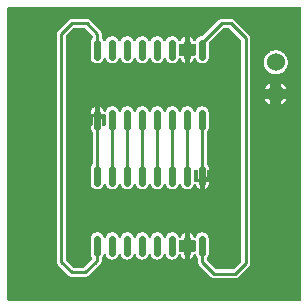
<source format=gtl>
G04 Layer: TopLayer*
G04 EasyEDA v6.1.49, Sun, 02 Jun 2019 06:23:37 GMT*
G04 0ed097a208f24fffa70c15424eedaa47,66c5286db96e4661acc7c33619b52065,10*
G04 Gerber Generator version 0.2*
G04 Scale: 100 percent, Rotated: No, Reflected: No *
G04 Dimensions in inches *
G04 leading zeros omitted , absolute positions ,2 integer and 4 decimal *
%FSLAX24Y24*%
%MOIN*%
G90*
G70D02*

%ADD10C,0.010000*%
%ADD11C,0.023622*%
%ADD12C,0.060000*%

%LPD*%
G36*
G01X9853Y9894D02*
G01X146Y9894D01*
G01X134Y9892D01*
G01X129Y9890D01*
G01X119Y9884D01*
G01X115Y9880D01*
G01X109Y9870D01*
G01X107Y9865D01*
G01X105Y9853D01*
G01X105Y146D01*
G01X107Y134D01*
G01X109Y129D01*
G01X115Y119D01*
G01X119Y115D01*
G01X129Y109D01*
G01X134Y107D01*
G01X146Y105D01*
G01X9853Y105D01*
G01X9865Y107D01*
G01X9870Y109D01*
G01X9880Y115D01*
G01X9884Y119D01*
G01X9890Y129D01*
G01X9892Y134D01*
G01X9893Y140D01*
G01X9893Y9859D01*
G01X9892Y9865D01*
G01X9890Y9870D01*
G01X9884Y9880D01*
G01X9880Y9884D01*
G01X9870Y9890D01*
G01X9865Y9892D01*
G01X9853Y9894D01*
G37*

%LPC*%
G36*
G01X2750Y9501D02*
G01X2249Y9501D01*
G01X2238Y9500D01*
G01X2226Y9499D01*
G01X2214Y9496D01*
G01X2203Y9493D01*
G01X2192Y9489D01*
G01X2181Y9484D01*
G01X2161Y9472D01*
G01X2151Y9464D01*
G01X1785Y9098D01*
G01X1777Y9088D01*
G01X1765Y9068D01*
G01X1760Y9057D01*
G01X1756Y9046D01*
G01X1753Y9035D01*
G01X1750Y9023D01*
G01X1749Y9011D01*
G01X1748Y9000D01*
G01X1748Y1400D01*
G01X1750Y1376D01*
G01X1753Y1364D01*
G01X1756Y1353D01*
G01X1760Y1342D01*
G01X1765Y1331D01*
G01X1777Y1311D01*
G01X1785Y1301D01*
G01X2151Y935D01*
G01X2161Y927D01*
G01X2181Y915D01*
G01X2192Y910D01*
G01X2203Y906D01*
G01X2214Y903D01*
G01X2226Y900D01*
G01X2238Y899D01*
G01X2249Y898D01*
G01X2700Y898D01*
G01X2711Y899D01*
G01X2723Y900D01*
G01X2735Y903D01*
G01X2746Y906D01*
G01X2757Y910D01*
G01X2768Y915D01*
G01X2788Y927D01*
G01X2798Y935D01*
G01X3214Y1351D01*
G01X3222Y1361D01*
G01X3234Y1381D01*
G01X3239Y1392D01*
G01X3243Y1403D01*
G01X3246Y1414D01*
G01X3249Y1426D01*
G01X3250Y1438D01*
G01X3251Y1449D01*
G01X3251Y1524D01*
G01X3252Y1530D01*
G01X3254Y1535D01*
G01X3257Y1541D01*
G01X3261Y1545D01*
G01X3271Y1557D01*
G01X3280Y1568D01*
G01X3288Y1581D01*
G01X3295Y1594D01*
G01X3301Y1608D01*
G01X3307Y1621D01*
G01X3311Y1636D01*
G01X3313Y1641D01*
G01X3319Y1651D01*
G01X3323Y1655D01*
G01X3328Y1659D01*
G01X3333Y1661D01*
G01X3338Y1664D01*
G01X3344Y1665D01*
G01X3355Y1665D01*
G01X3361Y1664D01*
G01X3366Y1661D01*
G01X3371Y1659D01*
G01X3376Y1655D01*
G01X3380Y1651D01*
G01X3386Y1641D01*
G01X3388Y1636D01*
G01X3392Y1623D01*
G01X3397Y1610D01*
G01X3402Y1598D01*
G01X3409Y1585D01*
G01X3416Y1574D01*
G01X3432Y1552D01*
G01X3441Y1542D01*
G01X3451Y1532D01*
G01X3461Y1523D01*
G01X3472Y1515D01*
G01X3483Y1508D01*
G01X3495Y1501D01*
G01X3507Y1495D01*
G01X3520Y1489D01*
G01X3546Y1481D01*
G01X3559Y1478D01*
G01X3572Y1476D01*
G01X3600Y1474D01*
G01X3613Y1475D01*
G01X3627Y1476D01*
G01X3640Y1478D01*
G01X3653Y1481D01*
G01X3679Y1489D01*
G01X3692Y1495D01*
G01X3704Y1501D01*
G01X3716Y1508D01*
G01X3727Y1515D01*
G01X3738Y1523D01*
G01X3748Y1532D01*
G01X3758Y1542D01*
G01X3767Y1552D01*
G01X3783Y1574D01*
G01X3790Y1585D01*
G01X3797Y1598D01*
G01X3802Y1610D01*
G01X3807Y1623D01*
G01X3811Y1636D01*
G01X3813Y1641D01*
G01X3819Y1651D01*
G01X3823Y1655D01*
G01X3828Y1659D01*
G01X3833Y1661D01*
G01X3838Y1664D01*
G01X3844Y1665D01*
G01X3855Y1665D01*
G01X3861Y1664D01*
G01X3866Y1661D01*
G01X3871Y1659D01*
G01X3876Y1655D01*
G01X3880Y1651D01*
G01X3886Y1641D01*
G01X3888Y1636D01*
G01X3892Y1623D01*
G01X3897Y1610D01*
G01X3902Y1598D01*
G01X3909Y1585D01*
G01X3916Y1574D01*
G01X3932Y1552D01*
G01X3941Y1542D01*
G01X3951Y1532D01*
G01X3961Y1523D01*
G01X3972Y1515D01*
G01X3983Y1508D01*
G01X3995Y1501D01*
G01X4007Y1495D01*
G01X4020Y1489D01*
G01X4046Y1481D01*
G01X4059Y1478D01*
G01X4072Y1476D01*
G01X4100Y1474D01*
G01X4113Y1475D01*
G01X4127Y1476D01*
G01X4140Y1478D01*
G01X4153Y1481D01*
G01X4179Y1489D01*
G01X4192Y1495D01*
G01X4204Y1501D01*
G01X4216Y1508D01*
G01X4227Y1515D01*
G01X4238Y1523D01*
G01X4248Y1532D01*
G01X4258Y1542D01*
G01X4267Y1552D01*
G01X4283Y1574D01*
G01X4290Y1585D01*
G01X4297Y1598D01*
G01X4302Y1610D01*
G01X4307Y1623D01*
G01X4311Y1636D01*
G01X4313Y1641D01*
G01X4319Y1651D01*
G01X4323Y1655D01*
G01X4328Y1659D01*
G01X4333Y1661D01*
G01X4338Y1664D01*
G01X4344Y1665D01*
G01X4355Y1665D01*
G01X4361Y1664D01*
G01X4366Y1661D01*
G01X4371Y1659D01*
G01X4376Y1655D01*
G01X4380Y1651D01*
G01X4386Y1641D01*
G01X4388Y1636D01*
G01X4392Y1623D01*
G01X4397Y1610D01*
G01X4402Y1598D01*
G01X4409Y1585D01*
G01X4416Y1574D01*
G01X4432Y1552D01*
G01X4441Y1542D01*
G01X4451Y1532D01*
G01X4461Y1523D01*
G01X4472Y1515D01*
G01X4483Y1508D01*
G01X4495Y1501D01*
G01X4507Y1495D01*
G01X4520Y1489D01*
G01X4546Y1481D01*
G01X4559Y1478D01*
G01X4572Y1476D01*
G01X4600Y1474D01*
G01X4613Y1475D01*
G01X4627Y1476D01*
G01X4640Y1478D01*
G01X4653Y1481D01*
G01X4679Y1489D01*
G01X4692Y1495D01*
G01X4704Y1501D01*
G01X4716Y1508D01*
G01X4727Y1515D01*
G01X4738Y1523D01*
G01X4748Y1532D01*
G01X4758Y1542D01*
G01X4767Y1552D01*
G01X4783Y1574D01*
G01X4790Y1585D01*
G01X4797Y1598D01*
G01X4802Y1610D01*
G01X4807Y1623D01*
G01X4811Y1636D01*
G01X4813Y1641D01*
G01X4819Y1651D01*
G01X4823Y1655D01*
G01X4828Y1659D01*
G01X4833Y1661D01*
G01X4838Y1664D01*
G01X4844Y1665D01*
G01X4855Y1665D01*
G01X4861Y1664D01*
G01X4866Y1661D01*
G01X4871Y1659D01*
G01X4876Y1655D01*
G01X4880Y1651D01*
G01X4886Y1641D01*
G01X4888Y1636D01*
G01X4892Y1623D01*
G01X4897Y1610D01*
G01X4902Y1598D01*
G01X4909Y1585D01*
G01X4916Y1574D01*
G01X4932Y1552D01*
G01X4941Y1542D01*
G01X4951Y1532D01*
G01X4961Y1523D01*
G01X4972Y1515D01*
G01X4983Y1508D01*
G01X4995Y1501D01*
G01X5007Y1495D01*
G01X5020Y1489D01*
G01X5046Y1481D01*
G01X5059Y1478D01*
G01X5072Y1476D01*
G01X5100Y1474D01*
G01X5113Y1475D01*
G01X5127Y1476D01*
G01X5140Y1478D01*
G01X5153Y1481D01*
G01X5179Y1489D01*
G01X5192Y1495D01*
G01X5204Y1501D01*
G01X5216Y1508D01*
G01X5227Y1515D01*
G01X5238Y1523D01*
G01X5248Y1532D01*
G01X5258Y1542D01*
G01X5267Y1552D01*
G01X5283Y1574D01*
G01X5290Y1585D01*
G01X5297Y1598D01*
G01X5302Y1610D01*
G01X5307Y1623D01*
G01X5311Y1636D01*
G01X5313Y1641D01*
G01X5319Y1651D01*
G01X5323Y1655D01*
G01X5328Y1659D01*
G01X5333Y1661D01*
G01X5338Y1664D01*
G01X5344Y1665D01*
G01X5355Y1665D01*
G01X5361Y1664D01*
G01X5366Y1661D01*
G01X5371Y1659D01*
G01X5376Y1655D01*
G01X5380Y1651D01*
G01X5386Y1641D01*
G01X5388Y1636D01*
G01X5392Y1623D01*
G01X5397Y1610D01*
G01X5402Y1598D01*
G01X5409Y1585D01*
G01X5416Y1574D01*
G01X5432Y1552D01*
G01X5441Y1542D01*
G01X5451Y1532D01*
G01X5461Y1523D01*
G01X5472Y1515D01*
G01X5483Y1508D01*
G01X5495Y1501D01*
G01X5507Y1495D01*
G01X5520Y1489D01*
G01X5546Y1481D01*
G01X5559Y1478D01*
G01X5572Y1476D01*
G01X5600Y1474D01*
G01X5613Y1475D01*
G01X5627Y1476D01*
G01X5640Y1478D01*
G01X5653Y1481D01*
G01X5679Y1489D01*
G01X5692Y1495D01*
G01X5704Y1501D01*
G01X5716Y1508D01*
G01X5727Y1515D01*
G01X5738Y1523D01*
G01X5748Y1532D01*
G01X5758Y1542D01*
G01X5767Y1552D01*
G01X5783Y1574D01*
G01X5790Y1585D01*
G01X5797Y1598D01*
G01X5802Y1610D01*
G01X5807Y1623D01*
G01X5811Y1636D01*
G01X5813Y1641D01*
G01X5819Y1651D01*
G01X5823Y1655D01*
G01X5828Y1659D01*
G01X5833Y1661D01*
G01X5838Y1664D01*
G01X5844Y1665D01*
G01X5855Y1665D01*
G01X5861Y1664D01*
G01X5866Y1661D01*
G01X5871Y1659D01*
G01X5876Y1655D01*
G01X5880Y1651D01*
G01X5886Y1641D01*
G01X5888Y1636D01*
G01X5892Y1623D01*
G01X5897Y1610D01*
G01X5902Y1598D01*
G01X5908Y1587D01*
G01X5915Y1575D01*
G01X5923Y1564D01*
G01X5939Y1544D01*
G01X5949Y1534D01*
G01X5959Y1525D01*
G01X5969Y1517D01*
G01X5980Y1510D01*
G01X5992Y1503D01*
G01X6003Y1496D01*
G01X6015Y1491D01*
G01X6015Y1730D01*
G01X5859Y1730D01*
G01X5847Y1732D01*
G01X5842Y1734D01*
G01X5832Y1740D01*
G01X5828Y1744D01*
G01X5822Y1754D01*
G01X5820Y1759D01*
G01X5819Y1765D01*
G01X5819Y2094D01*
G01X5820Y2100D01*
G01X5822Y2105D01*
G01X5828Y2115D01*
G01X5832Y2119D01*
G01X5842Y2125D01*
G01X5847Y2127D01*
G01X5859Y2129D01*
G01X6015Y2129D01*
G01X6015Y2368D01*
G01X6003Y2363D01*
G01X5992Y2356D01*
G01X5980Y2349D01*
G01X5969Y2342D01*
G01X5959Y2334D01*
G01X5949Y2325D01*
G01X5939Y2315D01*
G01X5923Y2295D01*
G01X5915Y2284D01*
G01X5908Y2272D01*
G01X5902Y2261D01*
G01X5897Y2249D01*
G01X5892Y2236D01*
G01X5888Y2223D01*
G01X5886Y2218D01*
G01X5880Y2208D01*
G01X5876Y2204D01*
G01X5871Y2200D01*
G01X5866Y2198D01*
G01X5861Y2195D01*
G01X5855Y2194D01*
G01X5844Y2194D01*
G01X5838Y2195D01*
G01X5833Y2198D01*
G01X5828Y2200D01*
G01X5823Y2204D01*
G01X5819Y2208D01*
G01X5813Y2218D01*
G01X5811Y2223D01*
G01X5807Y2236D01*
G01X5802Y2249D01*
G01X5797Y2261D01*
G01X5790Y2274D01*
G01X5783Y2285D01*
G01X5767Y2307D01*
G01X5758Y2317D01*
G01X5748Y2327D01*
G01X5738Y2336D01*
G01X5727Y2344D01*
G01X5716Y2351D01*
G01X5704Y2358D01*
G01X5692Y2364D01*
G01X5679Y2370D01*
G01X5653Y2378D01*
G01X5640Y2381D01*
G01X5627Y2383D01*
G01X5613Y2384D01*
G01X5600Y2385D01*
G01X5572Y2383D01*
G01X5559Y2381D01*
G01X5546Y2378D01*
G01X5520Y2370D01*
G01X5507Y2364D01*
G01X5495Y2358D01*
G01X5483Y2351D01*
G01X5472Y2344D01*
G01X5461Y2336D01*
G01X5451Y2327D01*
G01X5441Y2317D01*
G01X5432Y2307D01*
G01X5416Y2285D01*
G01X5409Y2274D01*
G01X5402Y2261D01*
G01X5397Y2249D01*
G01X5392Y2236D01*
G01X5388Y2223D01*
G01X5386Y2218D01*
G01X5380Y2208D01*
G01X5376Y2204D01*
G01X5371Y2200D01*
G01X5366Y2198D01*
G01X5361Y2195D01*
G01X5355Y2194D01*
G01X5344Y2194D01*
G01X5338Y2195D01*
G01X5333Y2198D01*
G01X5328Y2200D01*
G01X5323Y2204D01*
G01X5319Y2208D01*
G01X5313Y2218D01*
G01X5311Y2223D01*
G01X5307Y2236D01*
G01X5302Y2249D01*
G01X5297Y2261D01*
G01X5290Y2274D01*
G01X5283Y2285D01*
G01X5267Y2307D01*
G01X5258Y2317D01*
G01X5248Y2327D01*
G01X5238Y2336D01*
G01X5227Y2344D01*
G01X5216Y2351D01*
G01X5204Y2358D01*
G01X5192Y2364D01*
G01X5179Y2370D01*
G01X5153Y2378D01*
G01X5140Y2381D01*
G01X5127Y2383D01*
G01X5113Y2384D01*
G01X5100Y2385D01*
G01X5072Y2383D01*
G01X5059Y2381D01*
G01X5046Y2378D01*
G01X5020Y2370D01*
G01X5007Y2364D01*
G01X4995Y2358D01*
G01X4983Y2351D01*
G01X4972Y2344D01*
G01X4961Y2336D01*
G01X4951Y2327D01*
G01X4941Y2317D01*
G01X4932Y2307D01*
G01X4916Y2285D01*
G01X4909Y2274D01*
G01X4902Y2261D01*
G01X4897Y2249D01*
G01X4892Y2236D01*
G01X4888Y2223D01*
G01X4886Y2218D01*
G01X4880Y2208D01*
G01X4876Y2204D01*
G01X4871Y2200D01*
G01X4866Y2198D01*
G01X4861Y2195D01*
G01X4855Y2194D01*
G01X4844Y2194D01*
G01X4838Y2195D01*
G01X4833Y2198D01*
G01X4828Y2200D01*
G01X4823Y2204D01*
G01X4819Y2208D01*
G01X4813Y2218D01*
G01X4811Y2223D01*
G01X4807Y2236D01*
G01X4802Y2249D01*
G01X4797Y2261D01*
G01X4790Y2274D01*
G01X4783Y2285D01*
G01X4767Y2307D01*
G01X4758Y2317D01*
G01X4748Y2327D01*
G01X4738Y2336D01*
G01X4727Y2344D01*
G01X4716Y2351D01*
G01X4704Y2358D01*
G01X4692Y2364D01*
G01X4679Y2370D01*
G01X4653Y2378D01*
G01X4640Y2381D01*
G01X4627Y2383D01*
G01X4613Y2384D01*
G01X4600Y2385D01*
G01X4572Y2383D01*
G01X4559Y2381D01*
G01X4546Y2378D01*
G01X4520Y2370D01*
G01X4507Y2364D01*
G01X4495Y2358D01*
G01X4483Y2351D01*
G01X4472Y2344D01*
G01X4461Y2336D01*
G01X4451Y2327D01*
G01X4441Y2317D01*
G01X4432Y2307D01*
G01X4416Y2285D01*
G01X4409Y2274D01*
G01X4402Y2261D01*
G01X4397Y2249D01*
G01X4392Y2236D01*
G01X4388Y2223D01*
G01X4386Y2218D01*
G01X4380Y2208D01*
G01X4376Y2204D01*
G01X4371Y2200D01*
G01X4366Y2198D01*
G01X4361Y2195D01*
G01X4355Y2194D01*
G01X4344Y2194D01*
G01X4338Y2195D01*
G01X4333Y2198D01*
G01X4328Y2200D01*
G01X4323Y2204D01*
G01X4319Y2208D01*
G01X4313Y2218D01*
G01X4311Y2223D01*
G01X4307Y2236D01*
G01X4302Y2249D01*
G01X4297Y2261D01*
G01X4290Y2274D01*
G01X4283Y2285D01*
G01X4267Y2307D01*
G01X4258Y2317D01*
G01X4248Y2327D01*
G01X4238Y2336D01*
G01X4227Y2344D01*
G01X4216Y2351D01*
G01X4204Y2358D01*
G01X4192Y2364D01*
G01X4179Y2370D01*
G01X4153Y2378D01*
G01X4140Y2381D01*
G01X4127Y2383D01*
G01X4113Y2384D01*
G01X4100Y2385D01*
G01X4072Y2383D01*
G01X4059Y2381D01*
G01X4046Y2378D01*
G01X4020Y2370D01*
G01X4007Y2364D01*
G01X3995Y2358D01*
G01X3983Y2351D01*
G01X3972Y2344D01*
G01X3961Y2336D01*
G01X3951Y2327D01*
G01X3941Y2317D01*
G01X3932Y2307D01*
G01X3916Y2285D01*
G01X3909Y2274D01*
G01X3902Y2261D01*
G01X3897Y2249D01*
G01X3892Y2236D01*
G01X3888Y2223D01*
G01X3886Y2218D01*
G01X3880Y2208D01*
G01X3876Y2204D01*
G01X3871Y2200D01*
G01X3866Y2198D01*
G01X3861Y2195D01*
G01X3855Y2194D01*
G01X3844Y2194D01*
G01X3838Y2195D01*
G01X3833Y2198D01*
G01X3828Y2200D01*
G01X3823Y2204D01*
G01X3819Y2208D01*
G01X3813Y2218D01*
G01X3811Y2223D01*
G01X3807Y2236D01*
G01X3802Y2249D01*
G01X3797Y2261D01*
G01X3790Y2274D01*
G01X3783Y2285D01*
G01X3767Y2307D01*
G01X3758Y2317D01*
G01X3748Y2327D01*
G01X3738Y2336D01*
G01X3727Y2344D01*
G01X3716Y2351D01*
G01X3704Y2358D01*
G01X3692Y2364D01*
G01X3679Y2370D01*
G01X3653Y2378D01*
G01X3640Y2381D01*
G01X3627Y2383D01*
G01X3613Y2384D01*
G01X3600Y2385D01*
G01X3572Y2383D01*
G01X3559Y2381D01*
G01X3546Y2378D01*
G01X3520Y2370D01*
G01X3507Y2364D01*
G01X3495Y2358D01*
G01X3483Y2351D01*
G01X3472Y2344D01*
G01X3461Y2336D01*
G01X3451Y2327D01*
G01X3441Y2317D01*
G01X3432Y2307D01*
G01X3416Y2285D01*
G01X3409Y2274D01*
G01X3402Y2261D01*
G01X3397Y2249D01*
G01X3392Y2236D01*
G01X3388Y2223D01*
G01X3386Y2218D01*
G01X3380Y2208D01*
G01X3376Y2204D01*
G01X3371Y2200D01*
G01X3366Y2198D01*
G01X3361Y2195D01*
G01X3355Y2194D01*
G01X3344Y2194D01*
G01X3338Y2195D01*
G01X3333Y2198D01*
G01X3328Y2200D01*
G01X3323Y2204D01*
G01X3319Y2208D01*
G01X3313Y2218D01*
G01X3311Y2223D01*
G01X3307Y2236D01*
G01X3302Y2249D01*
G01X3297Y2261D01*
G01X3290Y2274D01*
G01X3283Y2285D01*
G01X3267Y2307D01*
G01X3258Y2317D01*
G01X3248Y2327D01*
G01X3238Y2336D01*
G01X3227Y2344D01*
G01X3216Y2351D01*
G01X3204Y2358D01*
G01X3192Y2364D01*
G01X3179Y2370D01*
G01X3153Y2378D01*
G01X3140Y2381D01*
G01X3127Y2383D01*
G01X3113Y2384D01*
G01X3100Y2385D01*
G01X3086Y2384D01*
G01X3073Y2383D01*
G01X3060Y2381D01*
G01X3034Y2375D01*
G01X3022Y2371D01*
G01X3010Y2366D01*
G01X2998Y2360D01*
G01X2986Y2353D01*
G01X2975Y2346D01*
G01X2964Y2338D01*
G01X2954Y2330D01*
G01X2935Y2311D01*
G01X2927Y2301D01*
G01X2919Y2290D01*
G01X2905Y2268D01*
G01X2900Y2256D01*
G01X2895Y2243D01*
G01X2890Y2231D01*
G01X2884Y2205D01*
G01X2882Y2192D01*
G01X2880Y2166D01*
G01X2880Y1693D01*
G01X2882Y1665D01*
G01X2888Y1637D01*
G01X2892Y1623D01*
G01X2897Y1610D01*
G01X2903Y1597D01*
G01X2909Y1585D01*
G01X2925Y1561D01*
G01X2934Y1550D01*
G01X2940Y1540D01*
G01X2942Y1535D01*
G01X2943Y1529D01*
G01X2944Y1524D01*
G01X2943Y1517D01*
G01X2942Y1511D01*
G01X2939Y1506D01*
G01X2936Y1500D01*
G01X2932Y1495D01*
G01X2649Y1212D01*
G01X2644Y1208D01*
G01X2639Y1205D01*
G01X2633Y1202D01*
G01X2627Y1201D01*
G01X2322Y1201D01*
G01X2316Y1202D01*
G01X2310Y1205D01*
G01X2305Y1208D01*
G01X2300Y1212D01*
G01X2062Y1450D01*
G01X2058Y1455D01*
G01X2055Y1460D01*
G01X2052Y1466D01*
G01X2051Y1472D01*
G01X2051Y8927D01*
G01X2052Y8933D01*
G01X2055Y8939D01*
G01X2058Y8944D01*
G01X2062Y8949D01*
G01X2300Y9187D01*
G01X2305Y9191D01*
G01X2310Y9194D01*
G01X2316Y9197D01*
G01X2322Y9198D01*
G01X2677Y9198D01*
G01X2683Y9197D01*
G01X2689Y9194D01*
G01X2694Y9191D01*
G01X2699Y9187D01*
G01X2937Y8949D01*
G01X2941Y8944D01*
G01X2944Y8939D01*
G01X2947Y8933D01*
G01X2948Y8927D01*
G01X2948Y8875D01*
G01X2947Y8869D01*
G01X2945Y8864D01*
G01X2942Y8858D01*
G01X2938Y8854D01*
G01X2929Y8844D01*
G01X2921Y8833D01*
G01X2913Y8821D01*
G01X2907Y8810D01*
G01X2901Y8798D01*
G01X2895Y8785D01*
G01X2887Y8759D01*
G01X2884Y8746D01*
G01X2882Y8733D01*
G01X2881Y8719D01*
G01X2880Y8706D01*
G01X2880Y8233D01*
G01X2882Y8207D01*
G01X2884Y8194D01*
G01X2890Y8168D01*
G01X2895Y8156D01*
G01X2900Y8143D01*
G01X2905Y8131D01*
G01X2919Y8109D01*
G01X2927Y8098D01*
G01X2935Y8088D01*
G01X2954Y8069D01*
G01X2964Y8061D01*
G01X2975Y8053D01*
G01X2986Y8046D01*
G01X2998Y8039D01*
G01X3010Y8033D01*
G01X3022Y8028D01*
G01X3034Y8024D01*
G01X3060Y8018D01*
G01X3073Y8016D01*
G01X3086Y8015D01*
G01X3100Y8014D01*
G01X3113Y8015D01*
G01X3127Y8016D01*
G01X3140Y8018D01*
G01X3153Y8021D01*
G01X3179Y8029D01*
G01X3192Y8035D01*
G01X3204Y8041D01*
G01X3216Y8048D01*
G01X3227Y8055D01*
G01X3238Y8063D01*
G01X3248Y8072D01*
G01X3258Y8082D01*
G01X3267Y8092D01*
G01X3283Y8114D01*
G01X3290Y8125D01*
G01X3297Y8138D01*
G01X3302Y8150D01*
G01X3307Y8163D01*
G01X3311Y8176D01*
G01X3313Y8181D01*
G01X3319Y8191D01*
G01X3323Y8195D01*
G01X3328Y8199D01*
G01X3333Y8201D01*
G01X3338Y8204D01*
G01X3344Y8205D01*
G01X3355Y8205D01*
G01X3361Y8204D01*
G01X3366Y8201D01*
G01X3371Y8199D01*
G01X3376Y8195D01*
G01X3380Y8191D01*
G01X3386Y8181D01*
G01X3388Y8176D01*
G01X3392Y8163D01*
G01X3397Y8150D01*
G01X3402Y8138D01*
G01X3409Y8125D01*
G01X3416Y8114D01*
G01X3432Y8092D01*
G01X3441Y8082D01*
G01X3451Y8072D01*
G01X3461Y8063D01*
G01X3472Y8055D01*
G01X3483Y8048D01*
G01X3495Y8041D01*
G01X3507Y8035D01*
G01X3520Y8029D01*
G01X3546Y8021D01*
G01X3559Y8018D01*
G01X3572Y8016D01*
G01X3600Y8014D01*
G01X3613Y8015D01*
G01X3627Y8016D01*
G01X3640Y8018D01*
G01X3653Y8021D01*
G01X3679Y8029D01*
G01X3692Y8035D01*
G01X3704Y8041D01*
G01X3716Y8048D01*
G01X3727Y8055D01*
G01X3738Y8063D01*
G01X3748Y8072D01*
G01X3758Y8082D01*
G01X3767Y8092D01*
G01X3783Y8114D01*
G01X3790Y8125D01*
G01X3797Y8138D01*
G01X3802Y8150D01*
G01X3807Y8163D01*
G01X3811Y8176D01*
G01X3813Y8181D01*
G01X3819Y8191D01*
G01X3823Y8195D01*
G01X3828Y8199D01*
G01X3833Y8201D01*
G01X3838Y8204D01*
G01X3844Y8205D01*
G01X3855Y8205D01*
G01X3861Y8204D01*
G01X3866Y8201D01*
G01X3871Y8199D01*
G01X3876Y8195D01*
G01X3880Y8191D01*
G01X3886Y8181D01*
G01X3888Y8176D01*
G01X3892Y8163D01*
G01X3897Y8150D01*
G01X3902Y8138D01*
G01X3909Y8125D01*
G01X3916Y8114D01*
G01X3932Y8092D01*
G01X3941Y8082D01*
G01X3951Y8072D01*
G01X3961Y8063D01*
G01X3972Y8055D01*
G01X3983Y8048D01*
G01X3995Y8041D01*
G01X4007Y8035D01*
G01X4020Y8029D01*
G01X4046Y8021D01*
G01X4059Y8018D01*
G01X4072Y8016D01*
G01X4100Y8014D01*
G01X4113Y8015D01*
G01X4127Y8016D01*
G01X4140Y8018D01*
G01X4153Y8021D01*
G01X4179Y8029D01*
G01X4192Y8035D01*
G01X4204Y8041D01*
G01X4216Y8048D01*
G01X4227Y8055D01*
G01X4238Y8063D01*
G01X4248Y8072D01*
G01X4258Y8082D01*
G01X4267Y8092D01*
G01X4283Y8114D01*
G01X4290Y8125D01*
G01X4297Y8138D01*
G01X4302Y8150D01*
G01X4307Y8163D01*
G01X4311Y8176D01*
G01X4313Y8181D01*
G01X4319Y8191D01*
G01X4323Y8195D01*
G01X4328Y8199D01*
G01X4333Y8201D01*
G01X4338Y8204D01*
G01X4344Y8205D01*
G01X4355Y8205D01*
G01X4361Y8204D01*
G01X4366Y8201D01*
G01X4371Y8199D01*
G01X4376Y8195D01*
G01X4380Y8191D01*
G01X4386Y8181D01*
G01X4388Y8176D01*
G01X4392Y8163D01*
G01X4397Y8150D01*
G01X4402Y8138D01*
G01X4409Y8125D01*
G01X4416Y8114D01*
G01X4432Y8092D01*
G01X4441Y8082D01*
G01X4451Y8072D01*
G01X4461Y8063D01*
G01X4472Y8055D01*
G01X4483Y8048D01*
G01X4495Y8041D01*
G01X4507Y8035D01*
G01X4520Y8029D01*
G01X4546Y8021D01*
G01X4559Y8018D01*
G01X4572Y8016D01*
G01X4600Y8014D01*
G01X4613Y8015D01*
G01X4627Y8016D01*
G01X4640Y8018D01*
G01X4653Y8021D01*
G01X4679Y8029D01*
G01X4692Y8035D01*
G01X4704Y8041D01*
G01X4716Y8048D01*
G01X4727Y8055D01*
G01X4738Y8063D01*
G01X4748Y8072D01*
G01X4758Y8082D01*
G01X4767Y8092D01*
G01X4783Y8114D01*
G01X4790Y8125D01*
G01X4797Y8138D01*
G01X4802Y8150D01*
G01X4807Y8163D01*
G01X4811Y8176D01*
G01X4813Y8181D01*
G01X4819Y8191D01*
G01X4823Y8195D01*
G01X4828Y8199D01*
G01X4833Y8201D01*
G01X4838Y8204D01*
G01X4844Y8205D01*
G01X4855Y8205D01*
G01X4861Y8204D01*
G01X4866Y8201D01*
G01X4871Y8199D01*
G01X4876Y8195D01*
G01X4880Y8191D01*
G01X4886Y8181D01*
G01X4888Y8176D01*
G01X4892Y8163D01*
G01X4897Y8150D01*
G01X4902Y8138D01*
G01X4909Y8125D01*
G01X4916Y8114D01*
G01X4932Y8092D01*
G01X4941Y8082D01*
G01X4951Y8072D01*
G01X4961Y8063D01*
G01X4972Y8055D01*
G01X4983Y8048D01*
G01X4995Y8041D01*
G01X5007Y8035D01*
G01X5020Y8029D01*
G01X5046Y8021D01*
G01X5059Y8018D01*
G01X5072Y8016D01*
G01X5100Y8014D01*
G01X5113Y8015D01*
G01X5127Y8016D01*
G01X5140Y8018D01*
G01X5153Y8021D01*
G01X5179Y8029D01*
G01X5192Y8035D01*
G01X5204Y8041D01*
G01X5216Y8048D01*
G01X5227Y8055D01*
G01X5238Y8063D01*
G01X5248Y8072D01*
G01X5258Y8082D01*
G01X5267Y8092D01*
G01X5283Y8114D01*
G01X5290Y8125D01*
G01X5297Y8138D01*
G01X5302Y8150D01*
G01X5307Y8163D01*
G01X5311Y8176D01*
G01X5313Y8181D01*
G01X5319Y8191D01*
G01X5323Y8195D01*
G01X5328Y8199D01*
G01X5333Y8201D01*
G01X5338Y8204D01*
G01X5344Y8205D01*
G01X5355Y8205D01*
G01X5361Y8204D01*
G01X5366Y8201D01*
G01X5371Y8199D01*
G01X5376Y8195D01*
G01X5380Y8191D01*
G01X5386Y8181D01*
G01X5388Y8176D01*
G01X5392Y8163D01*
G01X5397Y8150D01*
G01X5402Y8138D01*
G01X5409Y8125D01*
G01X5416Y8114D01*
G01X5432Y8092D01*
G01X5441Y8082D01*
G01X5451Y8072D01*
G01X5461Y8063D01*
G01X5472Y8055D01*
G01X5483Y8048D01*
G01X5495Y8041D01*
G01X5507Y8035D01*
G01X5520Y8029D01*
G01X5546Y8021D01*
G01X5559Y8018D01*
G01X5572Y8016D01*
G01X5600Y8014D01*
G01X5613Y8015D01*
G01X5627Y8016D01*
G01X5640Y8018D01*
G01X5653Y8021D01*
G01X5679Y8029D01*
G01X5692Y8035D01*
G01X5704Y8041D01*
G01X5716Y8048D01*
G01X5727Y8055D01*
G01X5738Y8063D01*
G01X5748Y8072D01*
G01X5758Y8082D01*
G01X5767Y8092D01*
G01X5783Y8114D01*
G01X5790Y8125D01*
G01X5797Y8138D01*
G01X5802Y8150D01*
G01X5807Y8163D01*
G01X5811Y8176D01*
G01X5813Y8181D01*
G01X5819Y8191D01*
G01X5823Y8195D01*
G01X5828Y8199D01*
G01X5833Y8201D01*
G01X5838Y8204D01*
G01X5844Y8205D01*
G01X5855Y8205D01*
G01X5861Y8204D01*
G01X5866Y8201D01*
G01X5871Y8199D01*
G01X5876Y8195D01*
G01X5880Y8191D01*
G01X5886Y8181D01*
G01X5888Y8176D01*
G01X5892Y8163D01*
G01X5897Y8150D01*
G01X5902Y8138D01*
G01X5908Y8127D01*
G01X5915Y8115D01*
G01X5923Y8104D01*
G01X5939Y8084D01*
G01X5949Y8074D01*
G01X5959Y8065D01*
G01X5969Y8057D01*
G01X5980Y8050D01*
G01X5992Y8043D01*
G01X6003Y8036D01*
G01X6015Y8031D01*
G01X6015Y8270D01*
G01X5859Y8270D01*
G01X5847Y8272D01*
G01X5842Y8274D01*
G01X5832Y8280D01*
G01X5828Y8284D01*
G01X5822Y8294D01*
G01X5820Y8299D01*
G01X5819Y8305D01*
G01X5819Y8634D01*
G01X5820Y8640D01*
G01X5822Y8645D01*
G01X5828Y8655D01*
G01X5832Y8659D01*
G01X5842Y8665D01*
G01X5847Y8667D01*
G01X5859Y8669D01*
G01X6015Y8669D01*
G01X6015Y8908D01*
G01X6003Y8903D01*
G01X5992Y8896D01*
G01X5980Y8889D01*
G01X5969Y8882D01*
G01X5959Y8874D01*
G01X5949Y8865D01*
G01X5939Y8855D01*
G01X5923Y8835D01*
G01X5915Y8824D01*
G01X5908Y8812D01*
G01X5902Y8801D01*
G01X5897Y8789D01*
G01X5892Y8776D01*
G01X5888Y8763D01*
G01X5886Y8758D01*
G01X5880Y8748D01*
G01X5876Y8744D01*
G01X5871Y8740D01*
G01X5866Y8738D01*
G01X5861Y8735D01*
G01X5855Y8734D01*
G01X5844Y8734D01*
G01X5838Y8735D01*
G01X5833Y8738D01*
G01X5828Y8740D01*
G01X5823Y8744D01*
G01X5819Y8748D01*
G01X5813Y8758D01*
G01X5811Y8763D01*
G01X5807Y8776D01*
G01X5802Y8789D01*
G01X5797Y8801D01*
G01X5790Y8814D01*
G01X5783Y8825D01*
G01X5767Y8847D01*
G01X5758Y8857D01*
G01X5748Y8867D01*
G01X5738Y8876D01*
G01X5727Y8884D01*
G01X5716Y8891D01*
G01X5704Y8898D01*
G01X5692Y8904D01*
G01X5679Y8910D01*
G01X5653Y8918D01*
G01X5640Y8921D01*
G01X5627Y8923D01*
G01X5613Y8924D01*
G01X5600Y8925D01*
G01X5572Y8923D01*
G01X5559Y8921D01*
G01X5546Y8918D01*
G01X5520Y8910D01*
G01X5507Y8904D01*
G01X5495Y8898D01*
G01X5483Y8891D01*
G01X5472Y8884D01*
G01X5461Y8876D01*
G01X5451Y8867D01*
G01X5441Y8857D01*
G01X5432Y8847D01*
G01X5416Y8825D01*
G01X5409Y8814D01*
G01X5402Y8801D01*
G01X5397Y8789D01*
G01X5392Y8776D01*
G01X5388Y8763D01*
G01X5386Y8758D01*
G01X5380Y8748D01*
G01X5376Y8744D01*
G01X5371Y8740D01*
G01X5366Y8738D01*
G01X5361Y8735D01*
G01X5355Y8734D01*
G01X5344Y8734D01*
G01X5338Y8735D01*
G01X5333Y8738D01*
G01X5328Y8740D01*
G01X5323Y8744D01*
G01X5319Y8748D01*
G01X5313Y8758D01*
G01X5311Y8763D01*
G01X5307Y8776D01*
G01X5302Y8789D01*
G01X5297Y8801D01*
G01X5290Y8814D01*
G01X5283Y8825D01*
G01X5267Y8847D01*
G01X5258Y8857D01*
G01X5248Y8867D01*
G01X5238Y8876D01*
G01X5227Y8884D01*
G01X5216Y8891D01*
G01X5204Y8898D01*
G01X5192Y8904D01*
G01X5179Y8910D01*
G01X5153Y8918D01*
G01X5140Y8921D01*
G01X5127Y8923D01*
G01X5113Y8924D01*
G01X5100Y8925D01*
G01X5072Y8923D01*
G01X5059Y8921D01*
G01X5046Y8918D01*
G01X5020Y8910D01*
G01X5007Y8904D01*
G01X4995Y8898D01*
G01X4983Y8891D01*
G01X4972Y8884D01*
G01X4961Y8876D01*
G01X4951Y8867D01*
G01X4941Y8857D01*
G01X4932Y8847D01*
G01X4916Y8825D01*
G01X4909Y8814D01*
G01X4902Y8801D01*
G01X4897Y8789D01*
G01X4892Y8776D01*
G01X4888Y8763D01*
G01X4886Y8758D01*
G01X4880Y8748D01*
G01X4876Y8744D01*
G01X4871Y8740D01*
G01X4866Y8738D01*
G01X4861Y8735D01*
G01X4855Y8734D01*
G01X4844Y8734D01*
G01X4838Y8735D01*
G01X4833Y8738D01*
G01X4828Y8740D01*
G01X4823Y8744D01*
G01X4819Y8748D01*
G01X4813Y8758D01*
G01X4811Y8763D01*
G01X4807Y8776D01*
G01X4802Y8789D01*
G01X4797Y8801D01*
G01X4790Y8814D01*
G01X4783Y8825D01*
G01X4767Y8847D01*
G01X4758Y8857D01*
G01X4748Y8867D01*
G01X4738Y8876D01*
G01X4727Y8884D01*
G01X4716Y8891D01*
G01X4704Y8898D01*
G01X4692Y8904D01*
G01X4679Y8910D01*
G01X4653Y8918D01*
G01X4640Y8921D01*
G01X4627Y8923D01*
G01X4613Y8924D01*
G01X4600Y8925D01*
G01X4572Y8923D01*
G01X4559Y8921D01*
G01X4546Y8918D01*
G01X4520Y8910D01*
G01X4507Y8904D01*
G01X4495Y8898D01*
G01X4483Y8891D01*
G01X4472Y8884D01*
G01X4461Y8876D01*
G01X4451Y8867D01*
G01X4441Y8857D01*
G01X4432Y8847D01*
G01X4416Y8825D01*
G01X4409Y8814D01*
G01X4402Y8801D01*
G01X4397Y8789D01*
G01X4392Y8776D01*
G01X4388Y8763D01*
G01X4386Y8758D01*
G01X4380Y8748D01*
G01X4376Y8744D01*
G01X4371Y8740D01*
G01X4366Y8738D01*
G01X4361Y8735D01*
G01X4355Y8734D01*
G01X4344Y8734D01*
G01X4338Y8735D01*
G01X4333Y8738D01*
G01X4328Y8740D01*
G01X4323Y8744D01*
G01X4319Y8748D01*
G01X4313Y8758D01*
G01X4311Y8763D01*
G01X4307Y8776D01*
G01X4302Y8789D01*
G01X4297Y8801D01*
G01X4290Y8814D01*
G01X4283Y8825D01*
G01X4267Y8847D01*
G01X4258Y8857D01*
G01X4248Y8867D01*
G01X4238Y8876D01*
G01X4227Y8884D01*
G01X4216Y8891D01*
G01X4204Y8898D01*
G01X4192Y8904D01*
G01X4179Y8910D01*
G01X4153Y8918D01*
G01X4140Y8921D01*
G01X4127Y8923D01*
G01X4113Y8924D01*
G01X4100Y8925D01*
G01X4072Y8923D01*
G01X4059Y8921D01*
G01X4046Y8918D01*
G01X4020Y8910D01*
G01X4007Y8904D01*
G01X3995Y8898D01*
G01X3983Y8891D01*
G01X3972Y8884D01*
G01X3961Y8876D01*
G01X3951Y8867D01*
G01X3941Y8857D01*
G01X3932Y8847D01*
G01X3916Y8825D01*
G01X3909Y8814D01*
G01X3902Y8801D01*
G01X3897Y8789D01*
G01X3892Y8776D01*
G01X3888Y8763D01*
G01X3886Y8758D01*
G01X3880Y8748D01*
G01X3876Y8744D01*
G01X3871Y8740D01*
G01X3866Y8738D01*
G01X3861Y8735D01*
G01X3855Y8734D01*
G01X3844Y8734D01*
G01X3838Y8735D01*
G01X3833Y8738D01*
G01X3828Y8740D01*
G01X3823Y8744D01*
G01X3819Y8748D01*
G01X3813Y8758D01*
G01X3811Y8763D01*
G01X3807Y8776D01*
G01X3802Y8789D01*
G01X3797Y8801D01*
G01X3790Y8814D01*
G01X3783Y8825D01*
G01X3767Y8847D01*
G01X3758Y8857D01*
G01X3748Y8867D01*
G01X3738Y8876D01*
G01X3727Y8884D01*
G01X3716Y8891D01*
G01X3704Y8898D01*
G01X3692Y8904D01*
G01X3679Y8910D01*
G01X3653Y8918D01*
G01X3640Y8921D01*
G01X3627Y8923D01*
G01X3613Y8924D01*
G01X3600Y8925D01*
G01X3572Y8923D01*
G01X3559Y8921D01*
G01X3546Y8918D01*
G01X3520Y8910D01*
G01X3507Y8904D01*
G01X3495Y8898D01*
G01X3483Y8891D01*
G01X3472Y8884D01*
G01X3461Y8876D01*
G01X3451Y8867D01*
G01X3441Y8857D01*
G01X3432Y8847D01*
G01X3416Y8825D01*
G01X3409Y8814D01*
G01X3402Y8801D01*
G01X3397Y8789D01*
G01X3392Y8776D01*
G01X3388Y8763D01*
G01X3386Y8758D01*
G01X3380Y8748D01*
G01X3376Y8744D01*
G01X3371Y8740D01*
G01X3366Y8738D01*
G01X3361Y8735D01*
G01X3355Y8734D01*
G01X3344Y8734D01*
G01X3338Y8735D01*
G01X3333Y8738D01*
G01X3328Y8740D01*
G01X3323Y8744D01*
G01X3319Y8748D01*
G01X3313Y8758D01*
G01X3311Y8763D01*
G01X3307Y8778D01*
G01X3301Y8791D01*
G01X3295Y8805D01*
G01X3288Y8818D01*
G01X3280Y8831D01*
G01X3271Y8842D01*
G01X3261Y8854D01*
G01X3257Y8858D01*
G01X3254Y8864D01*
G01X3252Y8869D01*
G01X3251Y8875D01*
G01X3251Y8999D01*
G01X3249Y9023D01*
G01X3246Y9035D01*
G01X3243Y9046D01*
G01X3239Y9057D01*
G01X3234Y9068D01*
G01X3222Y9088D01*
G01X3214Y9098D01*
G01X2848Y9464D01*
G01X2838Y9472D01*
G01X2818Y9484D01*
G01X2807Y9489D01*
G01X2796Y9493D01*
G01X2785Y9496D01*
G01X2773Y9499D01*
G01X2761Y9500D01*
G01X2750Y9501D01*
G37*
G36*
G01X7550Y9501D02*
G01X7249Y9501D01*
G01X7238Y9500D01*
G01X7226Y9499D01*
G01X7214Y9496D01*
G01X7203Y9493D01*
G01X7192Y9489D01*
G01X7181Y9484D01*
G01X7161Y9472D01*
G01X7151Y9464D01*
G01X7143Y9456D01*
G01X6623Y8937D01*
G01X6613Y8929D01*
G01X6607Y8927D01*
G01X6602Y8925D01*
G01X6595Y8925D01*
G01X6569Y8923D01*
G01X6555Y8920D01*
G01X6542Y8917D01*
G01X6530Y8913D01*
G01X6517Y8909D01*
G01X6493Y8897D01*
G01X6481Y8890D01*
G01X6470Y8883D01*
G01X6440Y8856D01*
G01X6431Y8846D01*
G01X6415Y8824D01*
G01X6408Y8813D01*
G01X6402Y8801D01*
G01X6397Y8789D01*
G01X6392Y8776D01*
G01X6388Y8763D01*
G01X6386Y8758D01*
G01X6380Y8748D01*
G01X6376Y8744D01*
G01X6371Y8740D01*
G01X6366Y8738D01*
G01X6361Y8735D01*
G01X6355Y8734D01*
G01X6344Y8734D01*
G01X6338Y8735D01*
G01X6333Y8738D01*
G01X6328Y8740D01*
G01X6323Y8744D01*
G01X6319Y8748D01*
G01X6313Y8758D01*
G01X6311Y8763D01*
G01X6307Y8776D01*
G01X6302Y8789D01*
G01X6297Y8801D01*
G01X6291Y8812D01*
G01X6284Y8824D01*
G01X6276Y8835D01*
G01X6260Y8855D01*
G01X6250Y8865D01*
G01X6240Y8874D01*
G01X6230Y8882D01*
G01X6219Y8889D01*
G01X6207Y8896D01*
G01X6196Y8903D01*
G01X6184Y8908D01*
G01X6184Y8669D01*
G01X6340Y8669D01*
G01X6352Y8667D01*
G01X6357Y8665D01*
G01X6367Y8659D01*
G01X6371Y8655D01*
G01X6377Y8645D01*
G01X6379Y8640D01*
G01X6380Y8634D01*
G01X6380Y8305D01*
G01X6379Y8299D01*
G01X6377Y8294D01*
G01X6371Y8284D01*
G01X6367Y8280D01*
G01X6357Y8274D01*
G01X6352Y8272D01*
G01X6340Y8270D01*
G01X6184Y8270D01*
G01X6184Y8031D01*
G01X6196Y8036D01*
G01X6207Y8043D01*
G01X6219Y8050D01*
G01X6230Y8057D01*
G01X6240Y8065D01*
G01X6250Y8074D01*
G01X6260Y8084D01*
G01X6276Y8104D01*
G01X6284Y8115D01*
G01X6291Y8127D01*
G01X6297Y8138D01*
G01X6302Y8150D01*
G01X6307Y8163D01*
G01X6311Y8176D01*
G01X6313Y8181D01*
G01X6319Y8191D01*
G01X6323Y8195D01*
G01X6328Y8199D01*
G01X6333Y8201D01*
G01X6338Y8204D01*
G01X6344Y8205D01*
G01X6355Y8205D01*
G01X6361Y8204D01*
G01X6366Y8201D01*
G01X6371Y8199D01*
G01X6376Y8195D01*
G01X6380Y8191D01*
G01X6386Y8181D01*
G01X6388Y8176D01*
G01X6392Y8163D01*
G01X6397Y8150D01*
G01X6402Y8138D01*
G01X6409Y8125D01*
G01X6416Y8114D01*
G01X6432Y8092D01*
G01X6441Y8082D01*
G01X6451Y8072D01*
G01X6461Y8063D01*
G01X6472Y8055D01*
G01X6483Y8048D01*
G01X6495Y8041D01*
G01X6507Y8035D01*
G01X6520Y8029D01*
G01X6546Y8021D01*
G01X6559Y8018D01*
G01X6572Y8016D01*
G01X6600Y8014D01*
G01X6626Y8016D01*
G01X6639Y8018D01*
G01X6665Y8024D01*
G01X6677Y8028D01*
G01X6689Y8033D01*
G01X6701Y8039D01*
G01X6713Y8046D01*
G01X6724Y8053D01*
G01X6735Y8061D01*
G01X6745Y8069D01*
G01X6764Y8088D01*
G01X6772Y8098D01*
G01X6780Y8109D01*
G01X6794Y8131D01*
G01X6799Y8143D01*
G01X6804Y8156D01*
G01X6809Y8168D01*
G01X6815Y8194D01*
G01X6817Y8207D01*
G01X6819Y8233D01*
G01X6819Y8695D01*
G01X6823Y8707D01*
G01X6826Y8712D01*
G01X6830Y8717D01*
G01X7300Y9187D01*
G01X7305Y9191D01*
G01X7310Y9194D01*
G01X7316Y9197D01*
G01X7322Y9198D01*
G01X7477Y9198D01*
G01X7483Y9197D01*
G01X7489Y9194D01*
G01X7494Y9191D01*
G01X7499Y9187D01*
G01X7887Y8799D01*
G01X7891Y8794D01*
G01X7894Y8789D01*
G01X7897Y8783D01*
G01X7898Y8777D01*
G01X7898Y1422D01*
G01X7897Y1416D01*
G01X7894Y1410D01*
G01X7891Y1405D01*
G01X7887Y1400D01*
G01X7649Y1162D01*
G01X7644Y1158D01*
G01X7639Y1155D01*
G01X7633Y1152D01*
G01X7627Y1151D01*
G01X7072Y1151D01*
G01X7066Y1152D01*
G01X7060Y1155D01*
G01X7055Y1158D01*
G01X7050Y1162D01*
G01X6762Y1450D01*
G01X6758Y1455D01*
G01X6755Y1460D01*
G01X6752Y1466D01*
G01X6751Y1472D01*
G01X6751Y1524D01*
G01X6752Y1530D01*
G01X6754Y1535D01*
G01X6757Y1541D01*
G01X6761Y1545D01*
G01X6770Y1555D01*
G01X6778Y1566D01*
G01X6786Y1578D01*
G01X6792Y1589D01*
G01X6798Y1601D01*
G01X6804Y1614D01*
G01X6812Y1640D01*
G01X6815Y1653D01*
G01X6817Y1666D01*
G01X6818Y1680D01*
G01X6819Y1693D01*
G01X6819Y2166D01*
G01X6817Y2192D01*
G01X6815Y2205D01*
G01X6809Y2231D01*
G01X6804Y2243D01*
G01X6799Y2256D01*
G01X6794Y2268D01*
G01X6780Y2290D01*
G01X6772Y2301D01*
G01X6764Y2311D01*
G01X6745Y2330D01*
G01X6735Y2338D01*
G01X6724Y2346D01*
G01X6713Y2353D01*
G01X6701Y2360D01*
G01X6689Y2366D01*
G01X6677Y2371D01*
G01X6665Y2375D01*
G01X6639Y2381D01*
G01X6626Y2383D01*
G01X6600Y2385D01*
G01X6572Y2383D01*
G01X6559Y2381D01*
G01X6546Y2378D01*
G01X6520Y2370D01*
G01X6507Y2364D01*
G01X6495Y2358D01*
G01X6483Y2351D01*
G01X6472Y2344D01*
G01X6461Y2336D01*
G01X6451Y2327D01*
G01X6441Y2317D01*
G01X6432Y2307D01*
G01X6416Y2285D01*
G01X6409Y2274D01*
G01X6402Y2261D01*
G01X6397Y2249D01*
G01X6392Y2236D01*
G01X6388Y2223D01*
G01X6386Y2218D01*
G01X6380Y2208D01*
G01X6376Y2204D01*
G01X6371Y2200D01*
G01X6366Y2198D01*
G01X6361Y2195D01*
G01X6355Y2194D01*
G01X6344Y2194D01*
G01X6338Y2195D01*
G01X6333Y2198D01*
G01X6328Y2200D01*
G01X6323Y2204D01*
G01X6319Y2208D01*
G01X6313Y2218D01*
G01X6311Y2223D01*
G01X6307Y2236D01*
G01X6302Y2249D01*
G01X6297Y2261D01*
G01X6291Y2272D01*
G01X6284Y2284D01*
G01X6276Y2295D01*
G01X6260Y2315D01*
G01X6250Y2325D01*
G01X6240Y2334D01*
G01X6230Y2342D01*
G01X6219Y2349D01*
G01X6207Y2356D01*
G01X6196Y2363D01*
G01X6184Y2368D01*
G01X6184Y2129D01*
G01X6340Y2129D01*
G01X6352Y2127D01*
G01X6357Y2125D01*
G01X6367Y2119D01*
G01X6371Y2115D01*
G01X6377Y2105D01*
G01X6379Y2100D01*
G01X6380Y2094D01*
G01X6380Y1765D01*
G01X6379Y1759D01*
G01X6377Y1754D01*
G01X6371Y1744D01*
G01X6367Y1740D01*
G01X6357Y1734D01*
G01X6352Y1732D01*
G01X6340Y1730D01*
G01X6184Y1730D01*
G01X6184Y1491D01*
G01X6196Y1496D01*
G01X6207Y1503D01*
G01X6219Y1510D01*
G01X6230Y1517D01*
G01X6240Y1525D01*
G01X6250Y1534D01*
G01X6260Y1544D01*
G01X6276Y1564D01*
G01X6284Y1575D01*
G01X6291Y1587D01*
G01X6297Y1598D01*
G01X6302Y1610D01*
G01X6307Y1623D01*
G01X6311Y1636D01*
G01X6313Y1641D01*
G01X6319Y1651D01*
G01X6323Y1655D01*
G01X6328Y1659D01*
G01X6333Y1661D01*
G01X6338Y1664D01*
G01X6344Y1665D01*
G01X6355Y1665D01*
G01X6361Y1664D01*
G01X6366Y1661D01*
G01X6371Y1659D01*
G01X6376Y1655D01*
G01X6380Y1651D01*
G01X6386Y1641D01*
G01X6388Y1636D01*
G01X6392Y1621D01*
G01X6398Y1608D01*
G01X6404Y1594D01*
G01X6411Y1581D01*
G01X6419Y1568D01*
G01X6428Y1557D01*
G01X6438Y1545D01*
G01X6442Y1541D01*
G01X6445Y1535D01*
G01X6447Y1530D01*
G01X6448Y1524D01*
G01X6448Y1400D01*
G01X6450Y1376D01*
G01X6453Y1364D01*
G01X6456Y1353D01*
G01X6460Y1342D01*
G01X6465Y1331D01*
G01X6477Y1311D01*
G01X6485Y1301D01*
G01X6901Y885D01*
G01X6911Y877D01*
G01X6931Y865D01*
G01X6942Y860D01*
G01X6953Y856D01*
G01X6964Y853D01*
G01X6976Y850D01*
G01X6988Y849D01*
G01X6999Y848D01*
G01X7700Y848D01*
G01X7711Y849D01*
G01X7723Y850D01*
G01X7735Y853D01*
G01X7746Y856D01*
G01X7757Y860D01*
G01X7768Y865D01*
G01X7788Y877D01*
G01X7798Y885D01*
G01X8164Y1251D01*
G01X8172Y1261D01*
G01X8184Y1281D01*
G01X8189Y1292D01*
G01X8193Y1303D01*
G01X8196Y1314D01*
G01X8199Y1326D01*
G01X8200Y1338D01*
G01X8201Y1349D01*
G01X8201Y8849D01*
G01X8199Y8873D01*
G01X8196Y8885D01*
G01X8193Y8896D01*
G01X8189Y8907D01*
G01X8184Y8918D01*
G01X8172Y8938D01*
G01X8164Y8948D01*
G01X7648Y9464D01*
G01X7638Y9472D01*
G01X7618Y9484D01*
G01X7607Y9489D01*
G01X7596Y9493D01*
G01X7585Y9496D01*
G01X7573Y9499D01*
G01X7561Y9500D01*
G01X7550Y9501D01*
G37*
G36*
G01X3613Y6584D02*
G01X3600Y6585D01*
G01X3572Y6583D01*
G01X3559Y6581D01*
G01X3546Y6578D01*
G01X3520Y6570D01*
G01X3507Y6564D01*
G01X3495Y6558D01*
G01X3483Y6551D01*
G01X3472Y6544D01*
G01X3461Y6536D01*
G01X3451Y6527D01*
G01X3441Y6517D01*
G01X3432Y6507D01*
G01X3416Y6485D01*
G01X3409Y6474D01*
G01X3402Y6461D01*
G01X3397Y6449D01*
G01X3392Y6436D01*
G01X3388Y6423D01*
G01X3386Y6418D01*
G01X3380Y6408D01*
G01X3376Y6404D01*
G01X3371Y6400D01*
G01X3366Y6398D01*
G01X3361Y6395D01*
G01X3355Y6394D01*
G01X3344Y6394D01*
G01X3338Y6395D01*
G01X3333Y6398D01*
G01X3328Y6400D01*
G01X3323Y6404D01*
G01X3319Y6408D01*
G01X3313Y6418D01*
G01X3311Y6423D01*
G01X3307Y6436D01*
G01X3302Y6449D01*
G01X3297Y6461D01*
G01X3291Y6472D01*
G01X3284Y6484D01*
G01X3276Y6495D01*
G01X3260Y6515D01*
G01X3250Y6525D01*
G01X3240Y6534D01*
G01X3230Y6542D01*
G01X3219Y6549D01*
G01X3207Y6556D01*
G01X3196Y6563D01*
G01X3184Y6568D01*
G01X3184Y6323D01*
G01X3190Y6326D01*
G01X3197Y6328D01*
G01X3205Y6329D01*
G01X3340Y6329D01*
G01X3352Y6327D01*
G01X3357Y6325D01*
G01X3367Y6319D01*
G01X3371Y6315D01*
G01X3377Y6305D01*
G01X3379Y6300D01*
G01X3380Y6294D01*
G01X3380Y5965D01*
G01X3379Y5959D01*
G01X3377Y5954D01*
G01X3371Y5944D01*
G01X3367Y5940D01*
G01X3357Y5934D01*
G01X3352Y5932D01*
G01X3340Y5930D01*
G01X3290Y5930D01*
G01X3285Y5931D01*
G01X3279Y5932D01*
G01X3274Y5934D01*
G01X3264Y5940D01*
G01X3260Y5944D01*
G01X3254Y5954D01*
G01X3252Y5959D01*
G01X3251Y5965D01*
G01X3251Y6129D01*
G01X3250Y6141D01*
G01X3249Y6152D01*
G01X3247Y6164D01*
G01X3244Y6175D01*
G01X3240Y6185D01*
G01X3235Y6196D01*
G01X3230Y6206D01*
G01X3224Y6216D01*
G01X3217Y6225D01*
G01X3201Y6241D01*
G01X3192Y6249D01*
G01X3183Y6255D01*
G01X3178Y6259D01*
G01X3173Y6264D01*
G01X3167Y6276D01*
G01X3166Y6282D01*
G01X3160Y6279D01*
G01X3155Y6277D01*
G01X3149Y6276D01*
G01X3144Y6275D01*
G01X3134Y6276D01*
G01X3123Y6279D01*
G01X3111Y6280D01*
G01X3088Y6280D01*
G01X3076Y6279D01*
G01X3065Y6276D01*
G01X3055Y6275D01*
G01X3050Y6276D01*
G01X3044Y6277D01*
G01X3039Y6279D01*
G01X3033Y6282D01*
G01X3032Y6276D01*
G01X3026Y6264D01*
G01X3021Y6259D01*
G01X3016Y6255D01*
G01X3007Y6249D01*
G01X2998Y6241D01*
G01X2982Y6225D01*
G01X2975Y6216D01*
G01X2969Y6206D01*
G01X2964Y6196D01*
G01X2959Y6185D01*
G01X2955Y6175D01*
G01X2952Y6164D01*
G01X2950Y6152D01*
G01X2948Y6130D01*
G01X2948Y5965D01*
G01X2947Y5959D01*
G01X2945Y5954D01*
G01X2939Y5944D01*
G01X2935Y5940D01*
G01X2925Y5934D01*
G01X2920Y5932D01*
G01X2914Y5931D01*
G01X2909Y5930D01*
G01X2880Y5930D01*
G01X2880Y5893D01*
G01X2881Y5880D01*
G01X2882Y5866D01*
G01X2884Y5853D01*
G01X2887Y5840D01*
G01X2895Y5814D01*
G01X2901Y5801D01*
G01X2907Y5789D01*
G01X2913Y5778D01*
G01X2921Y5766D01*
G01X2929Y5755D01*
G01X2938Y5745D01*
G01X2942Y5741D01*
G01X2945Y5735D01*
G01X2947Y5730D01*
G01X2948Y5724D01*
G01X2948Y4675D01*
G01X2947Y4669D01*
G01X2945Y4664D01*
G01X2942Y4658D01*
G01X2938Y4654D01*
G01X2929Y4644D01*
G01X2921Y4633D01*
G01X2913Y4621D01*
G01X2907Y4610D01*
G01X2901Y4598D01*
G01X2895Y4585D01*
G01X2887Y4559D01*
G01X2884Y4546D01*
G01X2882Y4533D01*
G01X2881Y4519D01*
G01X2880Y4506D01*
G01X2880Y4033D01*
G01X2882Y4007D01*
G01X2884Y3994D01*
G01X2890Y3968D01*
G01X2895Y3956D01*
G01X2900Y3943D01*
G01X2905Y3931D01*
G01X2919Y3909D01*
G01X2927Y3898D01*
G01X2935Y3888D01*
G01X2954Y3869D01*
G01X2964Y3861D01*
G01X2975Y3853D01*
G01X2986Y3846D01*
G01X2998Y3839D01*
G01X3010Y3833D01*
G01X3022Y3828D01*
G01X3034Y3824D01*
G01X3060Y3818D01*
G01X3073Y3816D01*
G01X3086Y3815D01*
G01X3100Y3814D01*
G01X3113Y3815D01*
G01X3127Y3816D01*
G01X3140Y3818D01*
G01X3153Y3821D01*
G01X3179Y3829D01*
G01X3192Y3835D01*
G01X3204Y3841D01*
G01X3216Y3848D01*
G01X3227Y3855D01*
G01X3238Y3863D01*
G01X3248Y3872D01*
G01X3258Y3882D01*
G01X3267Y3892D01*
G01X3283Y3914D01*
G01X3290Y3925D01*
G01X3297Y3938D01*
G01X3302Y3950D01*
G01X3307Y3963D01*
G01X3311Y3976D01*
G01X3313Y3981D01*
G01X3319Y3991D01*
G01X3323Y3995D01*
G01X3328Y3999D01*
G01X3333Y4001D01*
G01X3338Y4004D01*
G01X3344Y4005D01*
G01X3355Y4005D01*
G01X3361Y4004D01*
G01X3366Y4001D01*
G01X3371Y3999D01*
G01X3376Y3995D01*
G01X3380Y3991D01*
G01X3386Y3981D01*
G01X3388Y3976D01*
G01X3392Y3963D01*
G01X3397Y3950D01*
G01X3402Y3938D01*
G01X3409Y3925D01*
G01X3416Y3914D01*
G01X3432Y3892D01*
G01X3441Y3882D01*
G01X3451Y3872D01*
G01X3461Y3863D01*
G01X3472Y3855D01*
G01X3483Y3848D01*
G01X3495Y3841D01*
G01X3507Y3835D01*
G01X3520Y3829D01*
G01X3546Y3821D01*
G01X3559Y3818D01*
G01X3572Y3816D01*
G01X3600Y3814D01*
G01X3613Y3815D01*
G01X3627Y3816D01*
G01X3640Y3818D01*
G01X3653Y3821D01*
G01X3679Y3829D01*
G01X3692Y3835D01*
G01X3704Y3841D01*
G01X3716Y3848D01*
G01X3727Y3855D01*
G01X3738Y3863D01*
G01X3748Y3872D01*
G01X3758Y3882D01*
G01X3767Y3892D01*
G01X3783Y3914D01*
G01X3790Y3925D01*
G01X3797Y3938D01*
G01X3802Y3950D01*
G01X3807Y3963D01*
G01X3811Y3976D01*
G01X3813Y3981D01*
G01X3819Y3991D01*
G01X3823Y3995D01*
G01X3828Y3999D01*
G01X3833Y4001D01*
G01X3838Y4004D01*
G01X3844Y4005D01*
G01X3855Y4005D01*
G01X3861Y4004D01*
G01X3866Y4001D01*
G01X3871Y3999D01*
G01X3876Y3995D01*
G01X3880Y3991D01*
G01X3886Y3981D01*
G01X3888Y3976D01*
G01X3892Y3963D01*
G01X3897Y3950D01*
G01X3902Y3938D01*
G01X3909Y3925D01*
G01X3916Y3914D01*
G01X3932Y3892D01*
G01X3941Y3882D01*
G01X3951Y3872D01*
G01X3961Y3863D01*
G01X3972Y3855D01*
G01X3983Y3848D01*
G01X3995Y3841D01*
G01X4007Y3835D01*
G01X4020Y3829D01*
G01X4046Y3821D01*
G01X4059Y3818D01*
G01X4072Y3816D01*
G01X4100Y3814D01*
G01X4113Y3815D01*
G01X4127Y3816D01*
G01X4140Y3818D01*
G01X4153Y3821D01*
G01X4179Y3829D01*
G01X4192Y3835D01*
G01X4204Y3841D01*
G01X4216Y3848D01*
G01X4227Y3855D01*
G01X4238Y3863D01*
G01X4248Y3872D01*
G01X4258Y3882D01*
G01X4267Y3892D01*
G01X4283Y3914D01*
G01X4290Y3925D01*
G01X4297Y3938D01*
G01X4302Y3950D01*
G01X4307Y3963D01*
G01X4311Y3976D01*
G01X4313Y3981D01*
G01X4319Y3991D01*
G01X4323Y3995D01*
G01X4328Y3999D01*
G01X4333Y4001D01*
G01X4338Y4004D01*
G01X4344Y4005D01*
G01X4355Y4005D01*
G01X4361Y4004D01*
G01X4366Y4001D01*
G01X4371Y3999D01*
G01X4376Y3995D01*
G01X4380Y3991D01*
G01X4386Y3981D01*
G01X4388Y3976D01*
G01X4392Y3963D01*
G01X4397Y3950D01*
G01X4402Y3938D01*
G01X4409Y3925D01*
G01X4416Y3914D01*
G01X4432Y3892D01*
G01X4441Y3882D01*
G01X4451Y3872D01*
G01X4461Y3863D01*
G01X4472Y3855D01*
G01X4483Y3848D01*
G01X4495Y3841D01*
G01X4507Y3835D01*
G01X4520Y3829D01*
G01X4546Y3821D01*
G01X4559Y3818D01*
G01X4572Y3816D01*
G01X4600Y3814D01*
G01X4613Y3815D01*
G01X4627Y3816D01*
G01X4640Y3818D01*
G01X4653Y3821D01*
G01X4679Y3829D01*
G01X4692Y3835D01*
G01X4704Y3841D01*
G01X4716Y3848D01*
G01X4727Y3855D01*
G01X4738Y3863D01*
G01X4748Y3872D01*
G01X4758Y3882D01*
G01X4767Y3892D01*
G01X4783Y3914D01*
G01X4790Y3925D01*
G01X4797Y3938D01*
G01X4802Y3950D01*
G01X4807Y3963D01*
G01X4811Y3976D01*
G01X4813Y3981D01*
G01X4819Y3991D01*
G01X4823Y3995D01*
G01X4828Y3999D01*
G01X4833Y4001D01*
G01X4838Y4004D01*
G01X4844Y4005D01*
G01X4855Y4005D01*
G01X4861Y4004D01*
G01X4866Y4001D01*
G01X4871Y3999D01*
G01X4876Y3995D01*
G01X4880Y3991D01*
G01X4886Y3981D01*
G01X4888Y3976D01*
G01X4892Y3963D01*
G01X4897Y3950D01*
G01X4902Y3938D01*
G01X4909Y3925D01*
G01X4916Y3914D01*
G01X4932Y3892D01*
G01X4941Y3882D01*
G01X4951Y3872D01*
G01X4961Y3863D01*
G01X4972Y3855D01*
G01X4983Y3848D01*
G01X4995Y3841D01*
G01X5007Y3835D01*
G01X5020Y3829D01*
G01X5046Y3821D01*
G01X5059Y3818D01*
G01X5072Y3816D01*
G01X5100Y3814D01*
G01X5113Y3815D01*
G01X5127Y3816D01*
G01X5140Y3818D01*
G01X5153Y3821D01*
G01X5179Y3829D01*
G01X5192Y3835D01*
G01X5204Y3841D01*
G01X5216Y3848D01*
G01X5227Y3855D01*
G01X5238Y3863D01*
G01X5248Y3872D01*
G01X5258Y3882D01*
G01X5267Y3892D01*
G01X5283Y3914D01*
G01X5290Y3925D01*
G01X5297Y3938D01*
G01X5302Y3950D01*
G01X5307Y3963D01*
G01X5311Y3976D01*
G01X5313Y3981D01*
G01X5319Y3991D01*
G01X5323Y3995D01*
G01X5328Y3999D01*
G01X5333Y4001D01*
G01X5338Y4004D01*
G01X5344Y4005D01*
G01X5355Y4005D01*
G01X5361Y4004D01*
G01X5366Y4001D01*
G01X5371Y3999D01*
G01X5376Y3995D01*
G01X5380Y3991D01*
G01X5386Y3981D01*
G01X5388Y3976D01*
G01X5392Y3963D01*
G01X5397Y3950D01*
G01X5402Y3938D01*
G01X5409Y3925D01*
G01X5416Y3914D01*
G01X5432Y3892D01*
G01X5441Y3882D01*
G01X5451Y3872D01*
G01X5461Y3863D01*
G01X5472Y3855D01*
G01X5483Y3848D01*
G01X5495Y3841D01*
G01X5507Y3835D01*
G01X5520Y3829D01*
G01X5546Y3821D01*
G01X5559Y3818D01*
G01X5572Y3816D01*
G01X5600Y3814D01*
G01X5613Y3815D01*
G01X5627Y3816D01*
G01X5640Y3818D01*
G01X5653Y3821D01*
G01X5679Y3829D01*
G01X5692Y3835D01*
G01X5704Y3841D01*
G01X5716Y3848D01*
G01X5727Y3855D01*
G01X5738Y3863D01*
G01X5748Y3872D01*
G01X5758Y3882D01*
G01X5767Y3892D01*
G01X5783Y3914D01*
G01X5790Y3925D01*
G01X5797Y3938D01*
G01X5802Y3950D01*
G01X5807Y3963D01*
G01X5811Y3976D01*
G01X5813Y3981D01*
G01X5819Y3991D01*
G01X5823Y3995D01*
G01X5828Y3999D01*
G01X5833Y4001D01*
G01X5838Y4004D01*
G01X5844Y4005D01*
G01X5855Y4005D01*
G01X5861Y4004D01*
G01X5866Y4001D01*
G01X5871Y3999D01*
G01X5876Y3995D01*
G01X5880Y3991D01*
G01X5886Y3981D01*
G01X5888Y3976D01*
G01X5892Y3963D01*
G01X5897Y3950D01*
G01X5902Y3938D01*
G01X5909Y3925D01*
G01X5916Y3914D01*
G01X5932Y3892D01*
G01X5941Y3882D01*
G01X5951Y3872D01*
G01X5961Y3863D01*
G01X5972Y3855D01*
G01X5983Y3848D01*
G01X5995Y3841D01*
G01X6007Y3835D01*
G01X6020Y3829D01*
G01X6046Y3821D01*
G01X6059Y3818D01*
G01X6072Y3816D01*
G01X6100Y3814D01*
G01X6113Y3815D01*
G01X6127Y3816D01*
G01X6140Y3818D01*
G01X6153Y3821D01*
G01X6179Y3829D01*
G01X6192Y3835D01*
G01X6204Y3841D01*
G01X6216Y3848D01*
G01X6227Y3855D01*
G01X6238Y3863D01*
G01X6248Y3872D01*
G01X6258Y3882D01*
G01X6267Y3892D01*
G01X6283Y3914D01*
G01X6290Y3925D01*
G01X6297Y3938D01*
G01X6302Y3950D01*
G01X6307Y3963D01*
G01X6311Y3976D01*
G01X6313Y3981D01*
G01X6319Y3991D01*
G01X6323Y3995D01*
G01X6328Y3999D01*
G01X6333Y4001D01*
G01X6338Y4004D01*
G01X6344Y4005D01*
G01X6355Y4005D01*
G01X6361Y4004D01*
G01X6366Y4001D01*
G01X6371Y3999D01*
G01X6376Y3995D01*
G01X6380Y3991D01*
G01X6386Y3981D01*
G01X6388Y3976D01*
G01X6392Y3963D01*
G01X6397Y3950D01*
G01X6402Y3938D01*
G01X6408Y3927D01*
G01X6415Y3915D01*
G01X6423Y3904D01*
G01X6439Y3884D01*
G01X6449Y3874D01*
G01X6459Y3865D01*
G01X6469Y3857D01*
G01X6480Y3850D01*
G01X6492Y3843D01*
G01X6503Y3836D01*
G01X6515Y3831D01*
G01X6515Y4076D01*
G01X6509Y4073D01*
G01X6502Y4071D01*
G01X6494Y4070D01*
G01X6359Y4070D01*
G01X6347Y4072D01*
G01X6342Y4074D01*
G01X6332Y4080D01*
G01X6328Y4084D01*
G01X6322Y4094D01*
G01X6320Y4099D01*
G01X6319Y4105D01*
G01X6319Y4434D01*
G01X6320Y4440D01*
G01X6322Y4445D01*
G01X6328Y4455D01*
G01X6332Y4459D01*
G01X6342Y4465D01*
G01X6347Y4467D01*
G01X6359Y4469D01*
G01X6409Y4469D01*
G01X6414Y4468D01*
G01X6420Y4467D01*
G01X6425Y4465D01*
G01X6435Y4459D01*
G01X6439Y4455D01*
G01X6445Y4445D01*
G01X6447Y4440D01*
G01X6448Y4434D01*
G01X6448Y4270D01*
G01X6449Y4258D01*
G01X6450Y4247D01*
G01X6452Y4235D01*
G01X6455Y4224D01*
G01X6459Y4214D01*
G01X6464Y4203D01*
G01X6469Y4193D01*
G01X6475Y4183D01*
G01X6482Y4174D01*
G01X6498Y4158D01*
G01X6507Y4150D01*
G01X6516Y4144D01*
G01X6521Y4140D01*
G01X6526Y4135D01*
G01X6532Y4123D01*
G01X6533Y4117D01*
G01X6539Y4120D01*
G01X6544Y4122D01*
G01X6550Y4123D01*
G01X6555Y4124D01*
G01X6565Y4123D01*
G01X6576Y4120D01*
G01X6588Y4119D01*
G01X6611Y4119D01*
G01X6623Y4120D01*
G01X6634Y4123D01*
G01X6644Y4124D01*
G01X6649Y4123D01*
G01X6655Y4122D01*
G01X6660Y4120D01*
G01X6666Y4117D01*
G01X6667Y4123D01*
G01X6673Y4135D01*
G01X6678Y4140D01*
G01X6683Y4144D01*
G01X6692Y4150D01*
G01X6701Y4158D01*
G01X6717Y4174D01*
G01X6724Y4183D01*
G01X6730Y4193D01*
G01X6735Y4203D01*
G01X6740Y4214D01*
G01X6744Y4224D01*
G01X6747Y4235D01*
G01X6749Y4247D01*
G01X6751Y4269D01*
G01X6751Y4434D01*
G01X6752Y4440D01*
G01X6754Y4445D01*
G01X6760Y4455D01*
G01X6764Y4459D01*
G01X6774Y4465D01*
G01X6779Y4467D01*
G01X6785Y4468D01*
G01X6790Y4469D01*
G01X6819Y4469D01*
G01X6819Y4506D01*
G01X6818Y4519D01*
G01X6817Y4533D01*
G01X6815Y4546D01*
G01X6812Y4559D01*
G01X6804Y4585D01*
G01X6798Y4598D01*
G01X6792Y4610D01*
G01X6786Y4621D01*
G01X6778Y4633D01*
G01X6770Y4644D01*
G01X6761Y4654D01*
G01X6757Y4658D01*
G01X6754Y4664D01*
G01X6752Y4669D01*
G01X6751Y4675D01*
G01X6751Y5724D01*
G01X6752Y5730D01*
G01X6754Y5735D01*
G01X6757Y5741D01*
G01X6761Y5745D01*
G01X6770Y5755D01*
G01X6778Y5766D01*
G01X6786Y5778D01*
G01X6792Y5789D01*
G01X6798Y5801D01*
G01X6804Y5814D01*
G01X6812Y5840D01*
G01X6815Y5853D01*
G01X6817Y5866D01*
G01X6818Y5880D01*
G01X6819Y5893D01*
G01X6819Y6366D01*
G01X6817Y6392D01*
G01X6815Y6405D01*
G01X6809Y6431D01*
G01X6804Y6443D01*
G01X6799Y6456D01*
G01X6794Y6468D01*
G01X6780Y6490D01*
G01X6772Y6501D01*
G01X6764Y6511D01*
G01X6745Y6530D01*
G01X6735Y6538D01*
G01X6724Y6546D01*
G01X6713Y6553D01*
G01X6701Y6560D01*
G01X6689Y6566D01*
G01X6677Y6571D01*
G01X6665Y6575D01*
G01X6639Y6581D01*
G01X6626Y6583D01*
G01X6600Y6585D01*
G01X6572Y6583D01*
G01X6559Y6581D01*
G01X6546Y6578D01*
G01X6520Y6570D01*
G01X6507Y6564D01*
G01X6495Y6558D01*
G01X6483Y6551D01*
G01X6472Y6544D01*
G01X6461Y6536D01*
G01X6451Y6527D01*
G01X6441Y6517D01*
G01X6432Y6507D01*
G01X6416Y6485D01*
G01X6409Y6474D01*
G01X6402Y6461D01*
G01X6397Y6449D01*
G01X6392Y6436D01*
G01X6388Y6423D01*
G01X6386Y6418D01*
G01X6380Y6408D01*
G01X6376Y6404D01*
G01X6371Y6400D01*
G01X6366Y6398D01*
G01X6361Y6395D01*
G01X6355Y6394D01*
G01X6344Y6394D01*
G01X6338Y6395D01*
G01X6333Y6398D01*
G01X6328Y6400D01*
G01X6323Y6404D01*
G01X6319Y6408D01*
G01X6313Y6418D01*
G01X6311Y6423D01*
G01X6307Y6436D01*
G01X6302Y6449D01*
G01X6297Y6461D01*
G01X6290Y6474D01*
G01X6283Y6485D01*
G01X6267Y6507D01*
G01X6258Y6517D01*
G01X6248Y6527D01*
G01X6238Y6536D01*
G01X6227Y6544D01*
G01X6216Y6551D01*
G01X6204Y6558D01*
G01X6192Y6564D01*
G01X6179Y6570D01*
G01X6153Y6578D01*
G01X6140Y6581D01*
G01X6127Y6583D01*
G01X6113Y6584D01*
G01X6100Y6585D01*
G01X6072Y6583D01*
G01X6059Y6581D01*
G01X6046Y6578D01*
G01X6020Y6570D01*
G01X6007Y6564D01*
G01X5995Y6558D01*
G01X5983Y6551D01*
G01X5972Y6544D01*
G01X5961Y6536D01*
G01X5951Y6527D01*
G01X5941Y6517D01*
G01X5932Y6507D01*
G01X5916Y6485D01*
G01X5909Y6474D01*
G01X5902Y6461D01*
G01X5897Y6449D01*
G01X5892Y6436D01*
G01X5888Y6423D01*
G01X5886Y6418D01*
G01X5880Y6408D01*
G01X5876Y6404D01*
G01X5871Y6400D01*
G01X5866Y6398D01*
G01X5861Y6395D01*
G01X5855Y6394D01*
G01X5844Y6394D01*
G01X5838Y6395D01*
G01X5833Y6398D01*
G01X5828Y6400D01*
G01X5823Y6404D01*
G01X5819Y6408D01*
G01X5813Y6418D01*
G01X5811Y6423D01*
G01X5807Y6436D01*
G01X5802Y6449D01*
G01X5797Y6461D01*
G01X5790Y6474D01*
G01X5783Y6485D01*
G01X5767Y6507D01*
G01X5758Y6517D01*
G01X5748Y6527D01*
G01X5738Y6536D01*
G01X5727Y6544D01*
G01X5716Y6551D01*
G01X5704Y6558D01*
G01X5692Y6564D01*
G01X5679Y6570D01*
G01X5653Y6578D01*
G01X5640Y6581D01*
G01X5627Y6583D01*
G01X5613Y6584D01*
G01X5600Y6585D01*
G01X5572Y6583D01*
G01X5559Y6581D01*
G01X5546Y6578D01*
G01X5520Y6570D01*
G01X5507Y6564D01*
G01X5495Y6558D01*
G01X5483Y6551D01*
G01X5472Y6544D01*
G01X5461Y6536D01*
G01X5451Y6527D01*
G01X5441Y6517D01*
G01X5432Y6507D01*
G01X5416Y6485D01*
G01X5409Y6474D01*
G01X5402Y6461D01*
G01X5397Y6449D01*
G01X5392Y6436D01*
G01X5388Y6423D01*
G01X5386Y6418D01*
G01X5380Y6408D01*
G01X5376Y6404D01*
G01X5371Y6400D01*
G01X5366Y6398D01*
G01X5361Y6395D01*
G01X5355Y6394D01*
G01X5344Y6394D01*
G01X5338Y6395D01*
G01X5333Y6398D01*
G01X5328Y6400D01*
G01X5323Y6404D01*
G01X5319Y6408D01*
G01X5313Y6418D01*
G01X5311Y6423D01*
G01X5307Y6436D01*
G01X5302Y6449D01*
G01X5297Y6461D01*
G01X5290Y6474D01*
G01X5283Y6485D01*
G01X5267Y6507D01*
G01X5258Y6517D01*
G01X5248Y6527D01*
G01X5238Y6536D01*
G01X5227Y6544D01*
G01X5216Y6551D01*
G01X5204Y6558D01*
G01X5192Y6564D01*
G01X5179Y6570D01*
G01X5153Y6578D01*
G01X5140Y6581D01*
G01X5127Y6583D01*
G01X5113Y6584D01*
G01X5100Y6585D01*
G01X5072Y6583D01*
G01X5059Y6581D01*
G01X5046Y6578D01*
G01X5020Y6570D01*
G01X5007Y6564D01*
G01X4995Y6558D01*
G01X4983Y6551D01*
G01X4972Y6544D01*
G01X4961Y6536D01*
G01X4951Y6527D01*
G01X4941Y6517D01*
G01X4932Y6507D01*
G01X4916Y6485D01*
G01X4909Y6474D01*
G01X4902Y6461D01*
G01X4897Y6449D01*
G01X4892Y6436D01*
G01X4888Y6423D01*
G01X4886Y6418D01*
G01X4880Y6408D01*
G01X4876Y6404D01*
G01X4871Y6400D01*
G01X4866Y6398D01*
G01X4861Y6395D01*
G01X4855Y6394D01*
G01X4844Y6394D01*
G01X4838Y6395D01*
G01X4833Y6398D01*
G01X4828Y6400D01*
G01X4823Y6404D01*
G01X4819Y6408D01*
G01X4813Y6418D01*
G01X4811Y6423D01*
G01X4807Y6436D01*
G01X4802Y6449D01*
G01X4797Y6461D01*
G01X4790Y6474D01*
G01X4783Y6485D01*
G01X4767Y6507D01*
G01X4758Y6517D01*
G01X4748Y6527D01*
G01X4738Y6536D01*
G01X4727Y6544D01*
G01X4716Y6551D01*
G01X4704Y6558D01*
G01X4692Y6564D01*
G01X4679Y6570D01*
G01X4653Y6578D01*
G01X4640Y6581D01*
G01X4627Y6583D01*
G01X4613Y6584D01*
G01X4600Y6585D01*
G01X4572Y6583D01*
G01X4559Y6581D01*
G01X4546Y6578D01*
G01X4520Y6570D01*
G01X4507Y6564D01*
G01X4495Y6558D01*
G01X4483Y6551D01*
G01X4472Y6544D01*
G01X4461Y6536D01*
G01X4451Y6527D01*
G01X4441Y6517D01*
G01X4432Y6507D01*
G01X4416Y6485D01*
G01X4409Y6474D01*
G01X4402Y6461D01*
G01X4397Y6449D01*
G01X4392Y6436D01*
G01X4388Y6423D01*
G01X4386Y6418D01*
G01X4380Y6408D01*
G01X4376Y6404D01*
G01X4371Y6400D01*
G01X4366Y6398D01*
G01X4361Y6395D01*
G01X4355Y6394D01*
G01X4344Y6394D01*
G01X4338Y6395D01*
G01X4333Y6398D01*
G01X4328Y6400D01*
G01X4323Y6404D01*
G01X4319Y6408D01*
G01X4313Y6418D01*
G01X4311Y6423D01*
G01X4307Y6436D01*
G01X4302Y6449D01*
G01X4297Y6461D01*
G01X4290Y6474D01*
G01X4283Y6485D01*
G01X4267Y6507D01*
G01X4258Y6517D01*
G01X4248Y6527D01*
G01X4238Y6536D01*
G01X4227Y6544D01*
G01X4216Y6551D01*
G01X4204Y6558D01*
G01X4192Y6564D01*
G01X4179Y6570D01*
G01X4153Y6578D01*
G01X4140Y6581D01*
G01X4127Y6583D01*
G01X4113Y6584D01*
G01X4100Y6585D01*
G01X4072Y6583D01*
G01X4059Y6581D01*
G01X4046Y6578D01*
G01X4020Y6570D01*
G01X4007Y6564D01*
G01X3995Y6558D01*
G01X3983Y6551D01*
G01X3972Y6544D01*
G01X3961Y6536D01*
G01X3951Y6527D01*
G01X3941Y6517D01*
G01X3932Y6507D01*
G01X3916Y6485D01*
G01X3909Y6474D01*
G01X3902Y6461D01*
G01X3897Y6449D01*
G01X3892Y6436D01*
G01X3888Y6423D01*
G01X3886Y6418D01*
G01X3880Y6408D01*
G01X3876Y6404D01*
G01X3871Y6400D01*
G01X3866Y6398D01*
G01X3861Y6395D01*
G01X3855Y6394D01*
G01X3844Y6394D01*
G01X3838Y6395D01*
G01X3833Y6398D01*
G01X3828Y6400D01*
G01X3823Y6404D01*
G01X3819Y6408D01*
G01X3813Y6418D01*
G01X3811Y6423D01*
G01X3807Y6436D01*
G01X3802Y6449D01*
G01X3797Y6461D01*
G01X3790Y6474D01*
G01X3783Y6485D01*
G01X3767Y6507D01*
G01X3758Y6517D01*
G01X3748Y6527D01*
G01X3738Y6536D01*
G01X3727Y6544D01*
G01X3716Y6551D01*
G01X3704Y6558D01*
G01X3692Y6564D01*
G01X3679Y6570D01*
G01X3653Y6578D01*
G01X3640Y6581D01*
G01X3627Y6583D01*
G01X3613Y6584D01*
G37*
G36*
G01X9067Y8450D02*
G01X9050Y8451D01*
G01X9014Y8449D01*
G01X8996Y8447D01*
G01X8978Y8444D01*
G01X8960Y8440D01*
G01X8943Y8436D01*
G01X8926Y8431D01*
G01X8909Y8425D01*
G01X8892Y8418D01*
G01X8876Y8411D01*
G01X8859Y8403D01*
G01X8844Y8394D01*
G01X8814Y8374D01*
G01X8799Y8363D01*
G01X8786Y8351D01*
G01X8772Y8339D01*
G01X8760Y8327D01*
G01X8748Y8313D01*
G01X8736Y8300D01*
G01X8725Y8285D01*
G01X8705Y8255D01*
G01X8696Y8240D01*
G01X8688Y8223D01*
G01X8681Y8207D01*
G01X8674Y8190D01*
G01X8668Y8173D01*
G01X8663Y8156D01*
G01X8659Y8139D01*
G01X8655Y8121D01*
G01X8652Y8103D01*
G01X8650Y8085D01*
G01X8649Y8067D01*
G01X8648Y8050D01*
G01X8650Y8014D01*
G01X8652Y7996D01*
G01X8655Y7978D01*
G01X8659Y7960D01*
G01X8663Y7943D01*
G01X8668Y7926D01*
G01X8674Y7909D01*
G01X8681Y7892D01*
G01X8688Y7876D01*
G01X8696Y7859D01*
G01X8705Y7844D01*
G01X8725Y7814D01*
G01X8736Y7799D01*
G01X8748Y7786D01*
G01X8760Y7772D01*
G01X8772Y7760D01*
G01X8786Y7748D01*
G01X8799Y7736D01*
G01X8814Y7725D01*
G01X8844Y7705D01*
G01X8859Y7696D01*
G01X8876Y7688D01*
G01X8892Y7681D01*
G01X8909Y7674D01*
G01X8926Y7668D01*
G01X8943Y7663D01*
G01X8960Y7659D01*
G01X8978Y7655D01*
G01X8996Y7652D01*
G01X9014Y7650D01*
G01X9050Y7648D01*
G01X9067Y7649D01*
G01X9085Y7650D01*
G01X9103Y7652D01*
G01X9121Y7655D01*
G01X9139Y7659D01*
G01X9156Y7663D01*
G01X9173Y7668D01*
G01X9190Y7674D01*
G01X9207Y7681D01*
G01X9223Y7688D01*
G01X9240Y7696D01*
G01X9255Y7705D01*
G01X9285Y7725D01*
G01X9300Y7736D01*
G01X9313Y7748D01*
G01X9327Y7760D01*
G01X9339Y7772D01*
G01X9351Y7786D01*
G01X9363Y7799D01*
G01X9374Y7814D01*
G01X9394Y7844D01*
G01X9403Y7859D01*
G01X9411Y7876D01*
G01X9418Y7892D01*
G01X9425Y7909D01*
G01X9431Y7926D01*
G01X9436Y7943D01*
G01X9440Y7960D01*
G01X9444Y7978D01*
G01X9447Y7996D01*
G01X9449Y8014D01*
G01X9451Y8050D01*
G01X9450Y8067D01*
G01X9449Y8085D01*
G01X9447Y8103D01*
G01X9444Y8121D01*
G01X9440Y8139D01*
G01X9436Y8156D01*
G01X9431Y8173D01*
G01X9425Y8190D01*
G01X9418Y8207D01*
G01X9411Y8223D01*
G01X9403Y8240D01*
G01X9394Y8255D01*
G01X9374Y8285D01*
G01X9363Y8300D01*
G01X9351Y8313D01*
G01X9339Y8327D01*
G01X9327Y8339D01*
G01X9313Y8351D01*
G01X9300Y8363D01*
G01X9285Y8374D01*
G01X9255Y8394D01*
G01X9240Y8403D01*
G01X9223Y8411D01*
G01X9207Y8418D01*
G01X9190Y8425D01*
G01X9173Y8431D01*
G01X9156Y8436D01*
G01X9139Y8440D01*
G01X9121Y8444D01*
G01X9103Y8447D01*
G01X9085Y8449D01*
G01X9067Y8450D01*
G37*
G36*
G01X9241Y7352D02*
G01X9225Y7360D01*
G01X9225Y7175D01*
G01X9410Y7175D01*
G01X9402Y7191D01*
G01X9392Y7208D01*
G01X9382Y7224D01*
G01X9371Y7240D01*
G01X9359Y7255D01*
G01X9333Y7283D01*
G01X9305Y7309D01*
G01X9290Y7321D01*
G01X9274Y7332D01*
G01X9258Y7342D01*
G01X9241Y7352D01*
G37*
G36*
G01X9410Y6824D02*
G01X9225Y6825D01*
G01X9225Y6639D01*
G01X9241Y6647D01*
G01X9258Y6657D01*
G01X9274Y6667D01*
G01X9290Y6678D01*
G01X9305Y6690D01*
G01X9333Y6716D01*
G01X9359Y6744D01*
G01X9371Y6759D01*
G01X9382Y6775D01*
G01X9392Y6791D01*
G01X9402Y6808D01*
G01X9410Y6824D01*
G37*
G36*
G01X8875Y7175D02*
G01X8874Y7360D01*
G01X8858Y7352D01*
G01X8841Y7342D01*
G01X8825Y7332D01*
G01X8809Y7321D01*
G01X8794Y7309D01*
G01X8766Y7283D01*
G01X8740Y7255D01*
G01X8728Y7240D01*
G01X8717Y7224D01*
G01X8707Y7208D01*
G01X8697Y7191D01*
G01X8689Y7175D01*
G01X8875Y7175D01*
G37*
G36*
G01X8875Y6639D02*
G01X8875Y6825D01*
G01X8689Y6824D01*
G01X8697Y6808D01*
G01X8707Y6791D01*
G01X8717Y6775D01*
G01X8728Y6759D01*
G01X8740Y6744D01*
G01X8766Y6716D01*
G01X8794Y6690D01*
G01X8809Y6678D01*
G01X8825Y6667D01*
G01X8841Y6657D01*
G01X8858Y6647D01*
G01X8874Y6639D01*
G01X8875Y6639D01*
G37*
G36*
G01X3015Y6323D02*
G01X3015Y6568D01*
G01X2991Y6556D01*
G01X2980Y6549D01*
G01X2968Y6541D01*
G01X2958Y6533D01*
G01X2948Y6524D01*
G01X2938Y6514D01*
G01X2929Y6504D01*
G01X2921Y6493D01*
G01X2914Y6482D01*
G01X2907Y6470D01*
G01X2901Y6458D01*
G01X2895Y6445D01*
G01X2891Y6433D01*
G01X2887Y6419D01*
G01X2884Y6406D01*
G01X2882Y6393D01*
G01X2881Y6379D01*
G01X2880Y6366D01*
G01X2880Y6329D01*
G01X2994Y6329D01*
G01X3002Y6328D01*
G01X3009Y6326D01*
G01X3015Y6323D01*
G37*
G36*
G01X6690Y4073D02*
G01X6684Y4076D01*
G01X6684Y3831D01*
G01X6708Y3843D01*
G01X6719Y3850D01*
G01X6731Y3858D01*
G01X6741Y3866D01*
G01X6751Y3875D01*
G01X6761Y3885D01*
G01X6770Y3895D01*
G01X6778Y3906D01*
G01X6785Y3917D01*
G01X6792Y3929D01*
G01X6798Y3941D01*
G01X6804Y3954D01*
G01X6808Y3966D01*
G01X6812Y3980D01*
G01X6815Y3993D01*
G01X6817Y4006D01*
G01X6818Y4020D01*
G01X6819Y4033D01*
G01X6819Y4070D01*
G01X6705Y4070D01*
G01X6697Y4071D01*
G01X6690Y4073D01*
G37*

%LPD*%
G54D10*
G01X3100Y6130D02*
G01X3100Y4450D01*
G01X3600Y6130D02*
G01X3600Y4269D01*
G01X4100Y6130D02*
G01X4100Y4269D01*
G01X4600Y6130D02*
G01X4600Y4300D01*
G01X5100Y6130D02*
G01X5100Y4269D01*
G01X5600Y6130D02*
G01X5600Y4269D01*
G01X6100Y4269D02*
G01X6100Y6130D01*
G01X6600Y6130D02*
G01X6600Y4269D01*
G01X6600Y8469D02*
G01X6600Y8700D01*
G01X7250Y9350D01*
G01X7550Y9350D01*
G01X8050Y8850D01*
G01X8050Y1350D01*
G01X7700Y1000D01*
G01X7000Y1000D01*
G01X6600Y1400D01*
G01X6600Y1930D01*
G01X3100Y8469D02*
G01X3100Y9000D01*
G01X2750Y9350D01*
G01X2250Y9350D01*
G01X1900Y9000D01*
G01X1900Y1400D01*
G01X2250Y1050D01*
G01X2700Y1050D01*
G01X3050Y1400D01*
G01X3100Y1450D01*
G01X3100Y1930D01*
G54D11*
G01X6600Y4033D02*
G01X6600Y4506D01*
G01X6100Y4033D02*
G01X6100Y4506D01*
G01X5600Y4033D02*
G01X5600Y4506D01*
G01X5100Y4033D02*
G01X5100Y4506D01*
G01X4600Y4033D02*
G01X4600Y4506D01*
G01X4100Y4033D02*
G01X4100Y4506D01*
G01X3600Y4033D02*
G01X3600Y4506D01*
G01X3100Y4033D02*
G01X3100Y4506D01*
G01X6600Y1693D02*
G01X6600Y2166D01*
G01X6100Y1693D02*
G01X6100Y2166D01*
G01X5600Y1693D02*
G01X5600Y2166D01*
G01X5100Y1693D02*
G01X5100Y2166D01*
G01X4600Y1693D02*
G01X4600Y2166D01*
G01X4100Y1693D02*
G01X4100Y2166D01*
G01X3600Y1693D02*
G01X3600Y2166D01*
G01X3100Y1693D02*
G01X3100Y2166D01*
G01X6600Y8233D02*
G01X6600Y8706D01*
G01X6100Y8233D02*
G01X6100Y8706D01*
G01X5600Y8233D02*
G01X5600Y8706D01*
G01X5100Y8233D02*
G01X5100Y8706D01*
G01X4600Y8233D02*
G01X4600Y8706D01*
G01X4100Y8233D02*
G01X4100Y8706D01*
G01X3600Y8233D02*
G01X3600Y8706D01*
G01X3100Y8233D02*
G01X3100Y8706D01*
G01X6600Y5893D02*
G01X6600Y6366D01*
G01X6100Y5893D02*
G01X6100Y6366D01*
G01X5600Y5893D02*
G01X5600Y6366D01*
G01X5100Y5893D02*
G01X5100Y6366D01*
G01X4600Y5893D02*
G01X4600Y6366D01*
G01X4100Y5893D02*
G01X4100Y6366D01*
G01X3600Y5893D02*
G01X3600Y6366D01*
G01X3100Y5893D02*
G01X3100Y6366D01*
G54D12*
G01X9050Y8050D03*
G01X9050Y7000D03*
M00*
M02*

</source>
